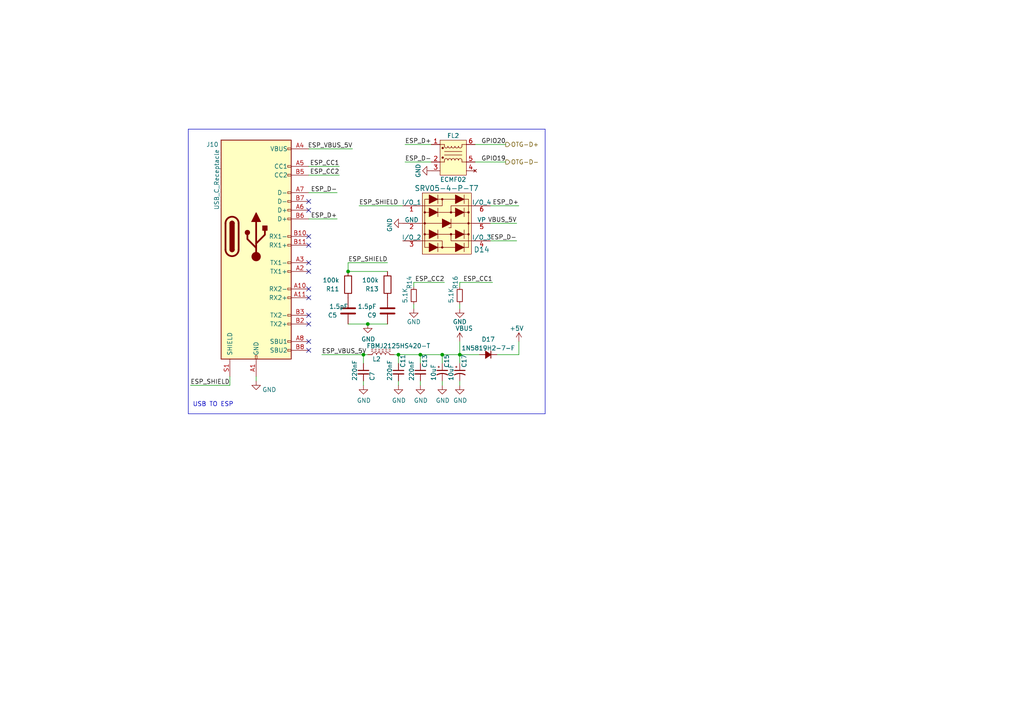
<source format=kicad_sch>
(kicad_sch (version 20230121) (generator eeschema)
  (paper "A4")
  (title_block (title "Controlador Compressor") (date "2023-03-07") (rev "1") (company "Linear Compressores") (comment 1 "Autor: Ícaro Fernando"))
  (lib_symbols
    (symbol "Connector:USB_C_Receptacle" (pin_names (offset 1.016))
      (property "Reference" "J" (at -10.16 29.21 0))
      (property "Value" "USB_C_Receptacle" (at 10.16 29.21 0))
      (symbol "USB_C_Receptacle_0_0"
        (rectangle (start -0.254 -35.56) (end 0.254 -34.544))
        (rectangle (start 10.16 -32.766) (end 9.144 -33.274))
        (rectangle (start 10.16 -30.226) (end 9.144 -30.734))
        (rectangle (start 10.16 -25.146) (end 9.144 -25.654))
        (rectangle (start 10.16 -22.606) (end 9.144 -23.114))
        (rectangle (start 10.16 -17.526) (end 9.144 -18.034))
        (rectangle (start 10.16 -14.986) (end 9.144 -15.494))
        (rectangle (start 10.16 -9.906) (end 9.144 -10.414))
        (rectangle (start 10.16 -7.366) (end 9.144 -7.874))
        (rectangle (start 10.16 -2.286) (end 9.144 -2.794))
        (rectangle (start 10.16 0.254) (end 9.144 -0.254))
        (rectangle (start 10.16 5.334) (end 9.144 4.826))
        (rectangle (start 10.16 7.874) (end 9.144 7.366))
        (rectangle (start 10.16 10.414) (end 9.144 9.906))
        (rectangle (start 10.16 12.954) (end 9.144 12.446))
        (rectangle (start 10.16 18.034) (end 9.144 17.526))
        (rectangle (start 10.16 20.574) (end 9.144 20.066))
        (rectangle (start 10.16 25.654) (end 9.144 25.146))
      )
      (symbol "USB_C_Receptacle_0_1"
        (rectangle (start -10.16 27.94) (end 10.16 -35.56) (stroke (width 0.254)) (fill (type background)))
        (arc (start -8.89 -3.81) (mid -6.985 -5.7067) (end -5.08 -3.81) (stroke (width 0.508)))
        (arc (start -7.62 -3.81) (mid -6.985 -4.4423) (end -6.35 -3.81) (stroke (width 0.254)))
        (arc (start -7.62 -3.81) (mid -6.985 -4.4423) (end -6.35 -3.81) (stroke (width 0.254)) (fill (type outline)))
        (rectangle (start -7.62 -3.81) (end -6.35 3.81) (stroke (width 0.254)) (fill (type outline)))
        (arc (start -6.35 3.81) (mid -6.985 4.4423) (end -7.62 3.81) (stroke (width 0.254)))
        (arc (start -6.35 3.81) (mid -6.985 4.4423) (end -7.62 3.81) (stroke (width 0.254)) (fill (type outline)))
        (arc (start -5.08 3.81) (mid -6.985 5.7067) (end -8.89 3.81) (stroke (width 0.508)))
        (polyline (pts (xy -8.89 -3.81) (xy -8.89 3.81)) (stroke (width 0.508)))
        (polyline (pts (xy -5.08 3.81) (xy -5.08 -3.81)) (stroke (width 0.508)))
      )
      (symbol "USB_C_Receptacle_1_1"
        (circle (center -2.54 1.143) (radius 0.635) (stroke (width 0.254)) (fill (type outline)))
        (circle (center 0 -5.842) (radius 1.27) (fill (type outline)))
        (polyline (pts (xy 0 -5.842) (xy 0 4.318)) (stroke (width 0.508)))
        (polyline (pts (xy 0 -3.302) (xy -2.54 -0.762) (xy -2.54 0.508)) (stroke (width 0.508)))
        (polyline (pts (xy 0 -2.032) (xy 2.54 0.508) (xy 2.54 1.778)) (stroke (width 0.508)))
        (polyline (pts (xy -1.27 4.318) (xy 0 6.858) (xy 1.27 4.318) (xy -1.27 4.318)) (stroke (width 0.254)) (fill (type outline)))
        (rectangle (start 1.905 1.778) (end 3.175 3.048) (stroke (width 0.254)) (fill (type outline)))
        (pin passive line (at 0 -40.64 90) (length 5.08) (name "GND") (number "A1"))
        (pin bidirectional line (at 15.24 -15.24 180) (length 5.08) (name "RX2-") (number "A10"))
        (pin bidirectional line (at 15.24 -17.78 180) (length 5.08) (name "RX2+") (number "A11"))
        (pin passive line (at 0 -40.64 90) (length 5.08) hide (name "GND") (number "A12"))
        (pin bidirectional line (at 15.24 -10.16 180) (length 5.08) (name "TX1+") (number "A2"))
        (pin bidirectional line (at 15.24 -7.62 180) (length 5.08) (name "TX1-") (number "A3"))
        (pin passive line (at 15.24 25.4 180) (length 5.08) (name "VBUS") (number "A4"))
        (pin bidirectional line (at 15.24 20.32 180) (length 5.08) (name "CC1") (number "A5"))
        (pin bidirectional line (at 15.24 7.62 180) (length 5.08) (name "D+") (number "A6"))
        (pin bidirectional line (at 15.24 12.7 180) (length 5.08) (name "D-") (number "A7"))
        (pin bidirectional line (at 15.24 -30.48 180) (length 5.08) (name "SBU1") (number "A8"))
        (pin passive line (at 15.24 25.4 180) (length 5.08) hide (name "VBUS") (number "A9"))
        (pin passive line (at 0 -40.64 90) (length 5.08) hide (name "GND") (number "B1"))
        (pin bidirectional line (at 15.24 0 180) (length 5.08) (name "RX1-") (number "B10"))
        (pin bidirectional line (at 15.24 -2.54 180) (length 5.08) (name "RX1+") (number "B11"))
        (pin passive line (at 0 -40.64 90) (length 5.08) hide (name "GND") (number "B12"))
        (pin bidirectional line (at 15.24 -25.4 180) (length 5.08) (name "TX2+") (number "B2"))
        (pin bidirectional line (at 15.24 -22.86 180) (length 5.08) (name "TX2-") (number "B3"))
        (pin passive line (at 15.24 25.4 180) (length 5.08) hide (name "VBUS") (number "B4"))
        (pin bidirectional line (at 15.24 17.78 180) (length 5.08) (name "CC2") (number "B5"))
        (pin bidirectional line (at 15.24 5.08 180) (length 5.08) (name "D+") (number "B6"))
        (pin bidirectional line (at 15.24 10.16 180) (length 5.08) (name "D-") (number "B7"))
        (pin bidirectional line (at 15.24 -33.02 180) (length 5.08) (name "SBU2") (number "B8"))
        (pin passive line (at 15.24 25.4 180) (length 5.08) hide (name "VBUS") (number "B9"))
        (pin passive line (at -7.62 -40.64 90) (length 5.08) (name "SHIELD") (number "S1"))
      )
    )
    (symbol "Device:C" (pin_numbers hide) (pin_names (offset 0.254))
      (property "Reference" "C" (at 0.635 2.54 0))
      (property "Value" "C" (at 0.635 -2.54 0))
      (symbol "C_0_1"
        (polyline (pts (xy -2.032 -0.762) (xy 2.032 -0.762)) (stroke (width 0.508)))
        (polyline (pts (xy -2.032 0.762) (xy 2.032 0.762)) (stroke (width 0.508)))
      )
      (symbol "C_1_1"
        (pin passive line (at 0 3.81 270) (length 2.794) (name "~") (number "1"))
        (pin passive line (at 0 -3.81 90) (length 2.794) (name "~") (number "2"))
      )
    )
    (symbol "Device:C_Polarized_Small_US" (pin_numbers hide) (pin_names (offset 0.254) hide)
      (property "Reference" "C" (at 0.254 1.778 0))
      (property "Value" "C_Polarized_Small_US" (at 0.254 -2.032 0))
      (symbol "C_Polarized_Small_US_0_1"
        (polyline (pts (xy -1.524 0.508) (xy 1.524 0.508)) (stroke (width 0.3048)))
        (polyline (pts (xy -1.27 1.524) (xy -0.762 1.524)))
        (polyline (pts (xy -1.016 1.27) (xy -1.016 1.778)))
        (arc (start 1.524 -0.762) (mid 0 -0.3734) (end -1.524 -0.762) (stroke (width 0.3048)))
      )
      (symbol "C_Polarized_Small_US_1_1"
        (pin passive line (at 0 2.54 270) (length 2.032) (name "~") (number "1"))
        (pin passive line (at 0 -2.54 90) (length 2.032) (name "~") (number "2"))
      )
    )
    (symbol "Device:C_Small" (pin_numbers hide) (pin_names (offset 0.254) hide)
      (property "Reference" "C" (at 0.254 1.778 0))
      (property "Value" "C_Small" (at 0.254 -2.032 0))
      (symbol "C_Small_0_1"
        (polyline (pts (xy -1.524 -0.508) (xy 1.524 -0.508)) (stroke (width 0.3302)))
        (polyline (pts (xy -1.524 0.508) (xy 1.524 0.508)) (stroke (width 0.3048)))
      )
      (symbol "C_Small_1_1"
        (pin passive line (at 0 2.54 270) (length 2.032) (name "~") (number "1"))
        (pin passive line (at 0 -2.54 90) (length 2.032) (name "~") (number "2"))
      )
    )
    (symbol "Device:D_Small_Filled" (pin_numbers hide) (pin_names (offset 0.254) hide)
      (property "Reference" "D" (at -1.27 2.032 0))
      (property "Value" "D_Small_Filled" (at -3.81 -2.032 0))
      (symbol "D_Small_Filled_0_1"
        (polyline (pts (xy -0.762 -1.016) (xy -0.762 1.016)) (stroke (width 0.254)))
        (polyline (pts (xy -0.762 0) (xy 0.762 0)))
        (polyline (pts (xy 0.762 -1.016) (xy -0.762 0) (xy 0.762 1.016) (xy 0.762 -1.016)) (stroke (width 0.254)) (fill (type outline)))
      )
      (symbol "D_Small_Filled_1_1"
        (pin passive line (at -2.54 0 0) (length 1.778) (name "K") (number "1"))
        (pin passive line (at 2.54 0 180) (length 1.778) (name "A") (number "2"))
      )
    )
    (symbol "Device:L_Ferrite" (pin_numbers hide) (pin_names (offset 1.016) hide)
      (property "Reference" "L" (at -1.27 0 90))
      (property "Value" "L_Ferrite" (at 2.794 0 90))
      (symbol "L_Ferrite_0_1"
        (arc (start 0 -2.54) (mid 0.6323 -1.905) (end 0 -1.27))
        (arc (start 0 -1.27) (mid 0.6323 -0.635) (end 0 0))
        (polyline (pts (xy 1.016 -2.794) (xy 1.016 -2.286)))
        (polyline (pts (xy 1.016 -1.778) (xy 1.016 -1.27)))
        (polyline (pts (xy 1.016 -0.762) (xy 1.016 -0.254)))
        (polyline (pts (xy 1.016 0.254) (xy 1.016 0.762)))
        (polyline (pts (xy 1.016 1.27) (xy 1.016 1.778)))
        (polyline (pts (xy 1.016 2.286) (xy 1.016 2.794)))
        (polyline (pts (xy 1.524 -2.286) (xy 1.524 -2.794)))
        (polyline (pts (xy 1.524 -1.27) (xy 1.524 -1.778)))
        (polyline (pts (xy 1.524 -0.254) (xy 1.524 -0.762)))
        (polyline (pts (xy 1.524 0.762) (xy 1.524 0.254)))
        (polyline (pts (xy 1.524 1.778) (xy 1.524 1.27)))
        (polyline (pts (xy 1.524 2.794) (xy 1.524 2.286)))
        (arc (start 0 0) (mid 0.6323 0.635) (end 0 1.27))
        (arc (start 0 1.27) (mid 0.6323 1.905) (end 0 2.54))
      )
      (symbol "L_Ferrite_1_1"
        (pin passive line (at 0 3.81 270) (length 1.27) (name "1") (number "1"))
        (pin passive line (at 0 -3.81 90) (length 1.27) (name "2") (number "2"))
      )
    )
    (symbol "Device:R" (pin_numbers hide) (pin_names (offset 0))
      (property "Reference" "R" (at 2.032 0 90))
      (property "Value" "R" (at 0 0 90))
      (symbol "R_0_1"
        (rectangle (start -1.016 -2.54) (end 1.016 2.54) (stroke (width 0.254)))
      )
      (symbol "R_1_1"
        (pin passive line (at 0 3.81 270) (length 1.27) (name "~") (number "1"))
        (pin passive line (at 0 -3.81 90) (length 1.27) (name "~") (number "2"))
      )
    )
    (symbol "Device:R_Small" (pin_numbers hide) (pin_names (offset 0.254) hide)
      (property "Reference" "R" (at 0.762 0.508 0))
      (property "Value" "R_Small" (at 0.762 -1.016 0))
      (symbol "R_Small_0_1"
        (rectangle (start -0.762 1.778) (end 0.762 -1.778) (stroke (width 0.2032)))
      )
      (symbol "R_Small_1_1"
        (pin passive line (at 0 2.54 270) (length 0.762) (name "~") (number "1"))
        (pin passive line (at 0 -2.54 90) (length 0.762) (name "~") (number "2"))
      )
    )
    (symbol "dk_TVS-Diodes:IP4220CZ6_125" (pin_names (offset 0))
      (property "Reference" "D" (at -7.0612 7.4676 0))
      (property "Value" "IP4220CZ6_125" (at 0.0508 -12.954 0))
      (symbol "IP4220CZ6_125_0_1"
        (rectangle (start -7.0612 6.2484) (end 7.1628 -11.4808) (fill (type background)))
        (circle (center -6.35 -5.715) (radius 0.254) (fill (type outline)))
        (circle (center -6.35 -2.54) (radius 0.254) (fill (type outline)))
        (circle (center -6.35 0.635) (radius 0.254) (fill (type outline)))
        (circle (center -1.27 -9.525) (radius 0.254) (fill (type outline)))
        (circle (center -1.27 4.445) (radius 0.254) (fill (type outline)))
        (polyline (pts (xy -6.35 -9.525) (xy -6.35 4.445)))
        (polyline (pts (xy -6.35 -9.525) (xy 6.35 -9.525)))
        (polyline (pts (xy -6.35 0.635) (xy 6.35 0.635)))
        (polyline (pts (xy -6.35 4.445) (xy 6.35 4.445)))
        (polyline (pts (xy -2.54 -8.255) (xy -2.54 -10.795)))
        (polyline (pts (xy -2.54 -4.445) (xy -2.54 -6.985)))
        (polyline (pts (xy -2.54 1.905) (xy -2.54 -0.635)))
        (polyline (pts (xy -2.54 5.715) (xy -2.54 3.175)))
        (polyline (pts (xy -1.27 -8.89) (xy -1.27 -9.525)))
        (polyline (pts (xy -1.27 -2.54) (xy -7.62 -2.54)))
        (polyline (pts (xy -1.27 -2.54) (xy 1.27 -2.54)))
        (polyline (pts (xy -1.27 3.81) (xy -1.27 4.445)))
        (polyline (pts (xy 1.27 -5.715) (xy 1.27 -6.35)))
        (polyline (pts (xy 1.27 -3.81) (xy 0.635 -3.81)))
        (polyline (pts (xy 1.27 -2.54) (xy 7.62 -2.54)))
        (polyline (pts (xy 1.27 -1.27) (xy 1.27 -3.81)))
        (polyline (pts (xy 1.27 0.635) (xy 1.27 1.27)))
        (polyline (pts (xy 5.08 -8.255) (xy 5.08 -10.795)))
        (polyline (pts (xy 5.08 -4.445) (xy 5.08 -6.985)))
        (polyline (pts (xy 5.08 1.905) (xy 5.08 -0.635)))
        (polyline (pts (xy 5.08 5.715) (xy 5.08 3.175)))
        (polyline (pts (xy 6.35 -5.715) (xy -6.35 -5.715)))
        (polyline (pts (xy 6.35 4.445) (xy 6.35 -9.525)))
        (polyline (pts (xy -1.27 -8.89) (xy -1.27 -7.62) (xy -7.62 -7.62)))
        (polyline (pts (xy -1.27 3.81) (xy -1.27 2.54) (xy -7.62 2.54)))
        (polyline (pts (xy 1.27 1.27) (xy 1.27 2.54) (xy 7.62 2.54)))
        (polyline (pts (xy 7.62 -7.62) (xy 1.27 -7.62) (xy 1.27 -6.35)))
        (polyline (pts (xy -5.08 -8.255) (xy -5.08 -10.795) (xy -2.54 -9.525) (xy -5.08 -8.255)) (fill (type outline)))
        (polyline (pts (xy -5.08 -4.445) (xy -5.08 -6.985) (xy -2.54 -5.715) (xy -5.08 -4.445)) (fill (type outline)))
        (polyline (pts (xy -5.08 1.905) (xy -5.08 -0.635) (xy -2.54 0.635) (xy -5.08 1.905)) (fill (type outline)))
        (polyline (pts (xy -5.08 5.715) (xy -5.08 3.175) (xy -2.54 4.445) (xy -5.08 5.715)) (fill (type outline)))
        (polyline (pts (xy -1.27 -1.27) (xy -1.27 -3.81) (xy 1.27 -2.54) (xy -1.27 -1.27)) (fill (type outline)))
        (polyline (pts (xy 2.54 -8.255) (xy 2.54 -10.795) (xy 5.08 -9.525) (xy 2.54 -8.255)) (fill (type outline)))
        (polyline (pts (xy 2.54 1.905) (xy 2.54 -0.635) (xy 5.08 0.635) (xy 2.54 1.905)) (fill (type outline)))
        (polyline (pts (xy 5.08 -5.715) (xy 2.54 -4.445) (xy 2.54 -6.985) (xy 5.08 -5.715)) (fill (type outline)))
        (polyline (pts (xy 5.08 4.445) (xy 2.54 5.715) (xy 2.54 3.175) (xy 5.08 4.445)) (fill (type outline)))
        (circle (center 1.27 -5.715) (radius 0.254) (fill (type outline)))
        (circle (center 1.27 0.635) (radius 0.254) (fill (type outline)))
        (circle (center 6.35 -5.715) (radius 0.254) (fill (type outline)))
        (circle (center 6.35 -2.54) (radius 0.254) (fill (type outline)))
        (circle (center 6.35 0.635) (radius 0.254) (fill (type outline)))
      )
      (symbol "IP4220CZ6_125_1_1"
        (pin passive line (at -12.7 2.54 0) (length 5.08) (name "I/O_1") (number "1"))
        (pin power_in line (at -12.7 -2.54 0) (length 5.08) (name "GND") (number "2"))
        (pin passive line (at -12.7 -7.62 0) (length 5.08) (name "I/O_2") (number "3"))
        (pin passive line (at 12.7 -7.62 180) (length 5.08) (name "I/O_3") (number "4"))
        (pin power_in line (at 12.7 -2.54 180) (length 5.08) (name "VP") (number "5"))
        (pin passive line (at 12.7 2.54 180) (length 5.08) (name "I/O_4") (number "6"))
      )
    )
    (symbol "esteban2:ECMF02" (pin_names (offset 0.254) hide)
      (property "Reference" "FL?" (at -0.381 7.62 0))
      (property "Value" "ECMF02" (at -0.381 5.08 0))
      (symbol "ECMF02_0_1"
        (rectangle (start -3.81 3.81) (end 3.81 -6.35) (fill (type background)))
        (circle (center -3.048 -1.27) (radius 0.254) (fill (type outline)))
        (circle (center -3.048 1.524) (radius 0.254) (fill (type outline)))
        (arc (start -2.54 2.032) (mid -2.032 1.5262) (end -1.524 2.032))
        (arc (start -1.524 -2.032) (mid -2.032 -1.5262) (end -2.54 -2.032))
        (arc (start -1.524 2.032) (mid -1.016 1.5262) (end -0.508 2.032))
        (arc (start -0.508 -2.032) (mid -1.016 -1.5262) (end -1.524 -2.032))
        (arc (start -0.508 2.032) (mid 0 1.5262) (end 0.508 2.032))
        (polyline (pts (xy -2.54 -2.54) (xy -3.81 -2.54)))
        (polyline (pts (xy -2.54 -2.032) (xy -2.54 -2.54)))
        (polyline (pts (xy -2.54 0.508) (xy 2.54 0.508)))
        (polyline (pts (xy -2.54 2.032) (xy -2.54 2.54)))
        (polyline (pts (xy -2.54 2.54) (xy -3.81 2.54)))
        (polyline (pts (xy 2.54 -2.032) (xy 2.54 -2.54)))
        (polyline (pts (xy 2.54 -0.508) (xy -2.54 -0.508)))
        (polyline (pts (xy 2.54 2.54) (xy 2.54 2.032)))
        (polyline (pts (xy 3.81 -2.54) (xy 2.54 -2.54)))
        (polyline (pts (xy 3.81 2.54) (xy 2.54 2.54)))
        (arc (start 0.508 -2.032) (mid 0 -1.5262) (end -0.508 -2.032))
        (arc (start 0.508 2.032) (mid 1.016 1.5262) (end 1.524 2.032))
        (arc (start 1.524 -2.032) (mid 1.016 -1.5262) (end 0.508 -2.032))
        (arc (start 1.524 2.032) (mid 2.032 1.5262) (end 2.54 2.032))
        (arc (start 2.54 -2.032) (mid 2.032 -1.5262) (end 1.524 -2.032))
      )
      (symbol "ECMF02_1_1"
        (pin passive line (at -6.35 2.54 0) (length 2.54) (name "D+") (number "1"))
        (pin passive line (at -6.35 -2.54 0) (length 2.54) (name "D-") (number "2"))
        (pin power_in line (at -6.35 -5.08 0) (length 2.54) (name "GND") (number "3"))
        (pin no_connect line (at 6.35 -5.08 180) (length 2.54) (name "NC") (number "4"))
        (pin passive line (at 6.35 -2.54 180) (length 2.54) (name "D-") (number "5"))
        (pin passive line (at 6.35 2.54 180) (length 2.54) (name "D+") (number "6"))
      )
    )
    (symbol "power:+5V" (power) (pin_names (offset 0))
      (property "Value" "+5V" (at 0 3.556 0))
      (symbol "+5V_0_1"
        (polyline (pts (xy -0.762 1.27) (xy 0 2.54)))
        (polyline (pts (xy 0 0) (xy 0 2.54)))
        (polyline (pts (xy 0 2.54) (xy 0.762 1.27)))
      )
      (symbol "+5V_1_1"
        (pin power_in line (at 0 0 90) (length 0) hide (name "+5V") (number "1"))
      )
    )
    (symbol "power:GND" (power) (pin_names (offset 0))
      (property "Value" "GND" (at 0 -3.81 0))
      (symbol "GND_0_1"
        (polyline (pts (xy 0 0) (xy 0 -1.27) (xy 1.27 -1.27) (xy 0 -2.54) (xy -1.27 -1.27) (xy 0 -1.27)))
      )
      (symbol "GND_1_1"
        (pin power_in line (at 0 0 270) (length 0) hide (name "GND") (number "1"))
      )
    )
    (symbol "power:VBUS" (power) (pin_names (offset 0))
      (property "Value" "VBUS" (at 0 3.81 0))
      (symbol "VBUS_0_1"
        (polyline (pts (xy -0.762 1.27) (xy 0 2.54)))
        (polyline (pts (xy 0 0) (xy 0 2.54)))
        (polyline (pts (xy 0 2.54) (xy 0.762 1.27)))
      )
      (symbol "VBUS_1_1"
        (pin power_in line (at 0 0 90) (length 0) hide (name "VBUS") (number "1"))
      )
    )
  )
  (junction (at 133.35 102.87))
  (junction (at 115.57 102.87))
  (junction (at 100.965 78.74))
  (junction (at 105.41 102.87))
  (junction (at 106.68 93.98))
  (junction (at 128.27 102.87))
  (junction (at 121.92 102.87))
  (no_connect (at 89.535 83.82))
  (no_connect (at 89.535 68.58))
  (no_connect (at 89.535 101.6))
  (no_connect (at 89.535 93.98))
  (no_connect (at 89.535 86.36))
  (no_connect (at 89.535 78.74))
  (no_connect (at 89.535 99.06))
  (no_connect (at 89.535 76.2))
  (no_connect (at 89.535 60.96))
  (no_connect (at 89.535 91.44))
  (no_connect (at 89.535 71.12))
  (no_connect (at 89.535 58.42))
  (wire (pts (xy 128.27 102.87) (xy 128.27 105.41)))
  (wire (pts (xy 104.14 59.69) (xy 116.84 59.69)))
  (wire (pts (xy 89.535 43.18) (xy 102.235 43.18)))
  (wire (pts (xy 115.57 111.76) (xy 115.57 110.49)))
  (wire (pts (xy 142.24 64.77) (xy 149.86 64.77)))
  (wire (pts (xy 55.245 111.76) (xy 66.675 111.76)))
  (wire (pts (xy 93.345 102.87) (xy 105.41 102.87)))
  (wire (pts (xy 133.35 81.915) (xy 133.35 83.185)))
  (wire (pts (xy 150.495 102.87) (xy 144.145 102.87)))
  (polyline (pts (xy 54.61 37.465) (xy 158.115 37.465)))
  (wire (pts (xy 133.35 81.915) (xy 142.875 81.915)))
  (polyline (pts (xy 158.115 120.015) (xy 54.61 120.015)))
  (wire (pts (xy 105.41 102.87) (xy 106.68 102.87)))
  (wire (pts (xy 100.965 93.98) (xy 106.68 93.98)))
  (wire (pts (xy 133.35 99.06) (xy 133.35 102.87)))
  (wire (pts (xy 98.425 50.8) (xy 89.535 50.8)))
  (wire (pts (xy 105.41 102.87) (xy 105.41 105.41)))
  (wire (pts (xy 133.35 88.265) (xy 133.35 89.535)))
  (wire (pts (xy 89.535 55.88) (xy 97.79 55.88)))
  (wire (pts (xy 74.295 109.22) (xy 74.295 110.49)))
  (wire (pts (xy 117.475 46.99) (xy 125.095 46.99)))
  (wire (pts (xy 120.015 81.915) (xy 120.015 83.185)))
  (wire (pts (xy 128.27 102.87) (xy 133.35 102.87)))
  (wire (pts (xy 114.3 102.87) (xy 115.57 102.87)))
  (wire (pts (xy 100.965 78.74) (xy 112.395 78.74)))
  (wire (pts (xy 106.68 93.98) (xy 112.395 93.98)))
  (polyline (pts (xy 54.61 120.015) (xy 54.61 37.465)))
  (wire (pts (xy 120.015 81.915) (xy 128.905 81.915)))
  (wire (pts (xy 133.35 111.76) (xy 133.35 110.49)))
  (wire (pts (xy 66.675 109.22) (xy 66.675 111.76)))
  (wire (pts (xy 121.92 111.76) (xy 121.92 110.49)))
  (wire (pts (xy 120.015 88.265) (xy 120.015 89.535)))
  (wire (pts (xy 98.425 48.26) (xy 89.535 48.26)))
  (wire (pts (xy 117.475 41.91) (xy 125.095 41.91)))
  (wire (pts (xy 89.535 63.5) (xy 97.79 63.5)))
  (wire (pts (xy 142.24 59.69) (xy 150.495 59.69)))
  (wire (pts (xy 137.795 46.99) (xy 146.685 46.99)))
  (wire (pts (xy 133.35 102.87) (xy 133.35 105.41)))
  (wire (pts (xy 137.795 41.91) (xy 146.685 41.91)))
  (wire (pts (xy 105.41 111.76) (xy 105.41 110.49)))
  (wire (pts (xy 139.065 102.87) (xy 133.35 102.87)))
  (wire (pts (xy 112.395 76.2) (xy 100.965 76.2)))
  (wire (pts (xy 128.27 111.76) (xy 128.27 110.49)))
  (wire (pts (xy 150.495 99.06) (xy 150.495 102.87)))
  (wire (pts (xy 142.24 69.85) (xy 149.86 69.85)))
  (wire (pts (xy 115.57 102.87) (xy 121.92 102.87)))
  (wire (pts (xy 115.57 102.87) (xy 115.57 105.41)))
  (wire (pts (xy 121.92 102.87) (xy 121.92 105.41)))
  (wire (pts (xy 121.92 102.87) (xy 128.27 102.87)))
  (wire (pts (xy 100.965 76.2) (xy 100.965 78.74)))
  (polyline (pts (xy 158.115 37.465) (xy 158.115 120.015)))
  (text "USB TO ESP" (at 55.88 118.11 0) (effects (font (size 1.27 1.27)) (justify left bottom)))
  (label "ESP_D-" (at 149.86 69.85 180))
  (label "ESP_CC2" (at 98.425 50.8 180))
  (label "ESP_SHIELD" (at 112.395 76.2 180))
  (label "VBUS_5V" (at 149.86 64.77 180))
  (label "ESP_D-" (at 97.79 55.88 180))
  (label "GPIO19" (at 146.685 46.99 180))
  (label "ESP_CC1" (at 142.875 81.915 180))
  (label "ESP_D-" (at 117.475 46.99 0))
  (label "ESP_D+" (at 117.475 41.91 0))
  (label "ESP_CC1" (at 98.425 48.26 180))
  (label "ESP_D+" (at 150.495 59.69 180))
  (label "ESP_VBUS_5V" (at 93.345 102.87 0))
  (label "ESP_CC2" (at 128.905 81.915 180))
  (label "ESP_VBUS_5V" (at 102.235 43.18 180))
  (label "GPIO20" (at 146.685 41.91 180))
  (label "ESP_SHIELD" (at 104.14 59.69 0))
  (label "ESP_D+" (at 97.79 63.5 180))
  (label "ESP_SHIELD" (at 55.245 111.76 0))
  (hierarchical_label "OTG-D+" (shape output) (at 146.685 41.91 0))
  (hierarchical_label "OTG-D-" (shape output) (at 146.685 46.99 0))
  (symbol (lib_id "power:GND") (at 115.57 111.76 0) (unit 1)
    (property "Reference" "#PWR040" (effects hide))
    (property "Value" "GND" (at 115.697 116.1542 0))
    (instances (project "Controlador-Compressor" (path "" (reference "#PWR040") (unit 1)) (path "" (reference "#PWR040") (unit 1)) (path "" (reference "#PWR040") (unit 1))) (project "EPS simplified" (path "" (reference "#PWR0416") (unit 1))))
  )
  (symbol (lib_id "Device:C") (at 100.965 90.17 180) (unit 1)
    (property "Reference" "C5" (at 97.79 91.4401 0) (effects (justify left)))
    (property "Value" "1.5pF" (at 100.965 88.9001 0) (effects (justify left)))
    (property "Footprint" "Capacitor_SMD:C_0402_1005Metric" (effects hide))
    (property "Digi-Key_PN" "311-3047-6-ND" (effects hide))
    (property "MPN" "AC0402CRNPO9BN1R5" (effects hide))
    (property "Manufacturer" "YAGEO" (effects hide))
    (instances (project "Controlador-Compressor" (path "" (reference "C5") (unit 1)) (path "" (reference "C5") (unit 1)) (path "" (reference "C5") (unit 1))) (project "EPS simplified" (path "" (reference "C6") (unit 1))))
  )
  (symbol (lib_id "power:GND") (at 106.68 93.98 0) (unit 1)
    (property "Reference" "#PWR038" (effects hide))
    (property "Value" "GND" (at 106.807 98.3742 0))
    (instances (project "Controlador-Compressor" (path "" (reference "#PWR038") (unit 1)) (path "" (reference "#PWR038") (unit 1)) (path "" (reference "#PWR038") (unit 1))) (project "EPS simplified" (path "" (reference "#PWR0267") (unit 1))))
  )
  (symbol (lib_id "Device:C_Polarized_Small_US") (at 133.35 107.95 0) (unit 1)
    (property "Reference" "C17" (at 134.62 106.68 90) (effects (justify left)))
    (property "Value" "10uF" (at 130.81 110.49 90) (effects (justify left)))
    (property "Footprint" "Capacitor_SMD:C_0603_1608Metric" (effects hide))
    (property "Digi-Key_PN" "490-12323-6-ND" (effects hide))
    (property "MPN" "GRT188R61E106ME13D" (effects hide))
    (property "Manufacturer" "Murata Electronics" (effects hide))
    (property "LCSC-PN" "C697423" (effects hide))
    (instances (project "Controlador-Compressor" (path "" (reference "C17") (unit 1)) (path "" (reference "C17") (unit 1)) (path "" (reference "C17") (unit 1))) (project "EPS simplified" (path "" (reference "C173") (unit 1))))
  )
  (symbol (lib_id "Device:L_Ferrite") (at 110.49 102.87 90) (unit 1)
    (property "Reference" "L2" (at 109.22 104.14 90))
    (property "Value" "FBMJ2125HS420-T" (at 115.57 100.33 90))
    (property "Footprint" "Inductor_SMD:L_0805_2012Metric" (effects hide))
    (property "Digi-Key_PN" "587-1768-1-ND" (effects hide))
    (property "MPN" "587-1768-6-ND" (effects hide))
    (property "Manufacturer" "Taiyo Yuden" (effects hide))
    (property "LCSC-stock" "44" (effects hide))
    (instances (project "Controlador-Compressor" (path "" (reference "L2") (unit 1)) (path "" (reference "L2") (unit 1)) (path "" (reference "L2") (unit 1))) (project "EPS simplified" (path "" (reference "L21") (unit 1))))
  )
  (symbol (lib_id "power:GND") (at 133.35 111.76 0) (unit 1)
    (property "Reference" "#PWR062" (effects hide))
    (property "Value" "GND" (at 133.477 116.1542 0))
    (instances (project "Controlador-Compressor" (path "" (reference "#PWR062") (unit 1)) (path "" (reference "#PWR062") (unit 1)) (path "" (reference "#PWR062") (unit 1))) (project "EPS simplified" (path "" (reference "#PWR0424") (unit 1))))
  )
  (symbol (lib_id "Device:C_Polarized_Small_US") (at 128.27 107.95 0) (unit 1)
    (property "Reference" "C15" (at 129.54 106.68 90) (effects (justify left)))
    (property "Value" "10uF" (at 125.73 110.49 90) (effects (justify left)))
    (property "Footprint" "Capacitor_SMD:C_0603_1608Metric" (effects hide))
    (property "Digi-Key_PN" "490-12323-6-ND" (effects hide))
    (property "MPN" "GRT188R61E106ME13D" (effects hide))
    (property "Manufacturer" "Murata Electronics" (effects hide))
    (property "LCSC-PN" "C697423" (effects hide))
    (instances (project "Controlador-Compressor" (path "" (reference "C15") (unit 1)) (path "" (reference "C15") (unit 1)) (path "" (reference "C15") (unit 1))) (project "EPS simplified" (path "" (reference "C170") (unit 1))))
  )
  (symbol (lib_id "power:GND") (at 74.295 110.49 0) (unit 1)
    (property "Reference" "#PWR033" (effects hide))
    (property "Value" "GND" (at 78.105 113.03 0))
    (instances (project "Controlador-Compressor" (path "" (reference "#PWR033") (unit 1)) (path "" (reference "#PWR033") (unit 1)) (path "" (reference "#PWR033") (unit 1))) (project "EPS simplified" (path "" (reference "#PWR0421") (unit 1))))
  )
  (symbol (lib_id "Device:C_Small") (at 121.92 107.95 0) (unit 1)
    (property "Reference" "C13" (at 123.19 106.68 90) (effects (justify left)))
    (property "Value" "220nF" (at 119.38 110.49 90) (effects (justify left)))
    (property "Footprint" "Capacitor_SMD:C_0402_1005Metric" (effects hide))
    (property "Digi-Key_PN" "490-10671-1-ND" (effects hide))
    (property "MPN" "GCM155R71C224KE02D" (effects hide))
    (property "Manufacturer" "Murata Electronics" (effects hide))
    (property "LCSC-PN" "C16772" (effects hide))
    (instances (project "Controlador-Compressor" (path "" (reference "C13") (unit 1)) (path "" (reference "C13") (unit 1)) (path "" (reference "C13") (unit 1))) (project "EPS simplified" (path "" (reference "C167") (unit 1))))
  )
  (symbol (lib_id "Device:R_Small") (at 120.015 85.725 0) (unit 1)
    (property "Reference" "R14" (at 118.745 81.915 90))
    (property "Value" "5.1K" (at 117.475 85.725 90))
    (property "Footprint" "Resistor_SMD:R_0402_1005Metric" (effects hide))
    (property "Digi-Key_PN" "P5.10KLDKR-ND" (effects hide))
    (property "MPN" "ERJ-2RKF5101X" (effects hide))
    (property "Manufacturer" "Panasonic Electronic Components" (effects hide))
    (property "LCSC-PN" "C25905" (effects hide))
    (instances (project "Controlador-Compressor" (path "" (reference "R14") (unit 1)) (path "" (reference "R14") (unit 1)) (path "" (reference "R14") (unit 1))) (project "EPS simplified" (path "" (reference "R66") (unit 1))))
  )
  (symbol (lib_id "Device:C_Small") (at 115.57 107.95 0) (unit 1)
    (property "Reference" "C11" (at 116.84 106.68 90) (effects (justify left)))
    (property "Value" "220nF" (at 113.03 110.49 90) (effects (justify left)))
    (property "Footprint" "Capacitor_SMD:C_0402_1005Metric" (effects hide))
    (property "Digi-Key_PN" "490-10671-1-ND" (effects hide))
    (property "MPN" "GCM155R71C224KE02D" (effects hide))
    (property "Manufacturer" "Murata Electronics" (effects hide))
    (property "LCSC-PN" "C16772" (effects hide))
    (instances (project "Controlador-Compressor" (path "" (reference "C11") (unit 1)) (path "" (reference "C11") (unit 1)) (path "" (reference "C11") (unit 1))) (project "EPS simplified" (path "" (reference "C166") (unit 1))))
  )
  (symbol (lib_id "power:GND") (at 105.41 111.76 0) (unit 1)
    (property "Reference" "#PWR036" (effects hide))
    (property "Value" "GND" (at 105.537 116.1542 0))
    (instances (project "Controlador-Compressor" (path "" (reference "#PWR036") (unit 1)) (path "" (reference "#PWR036") (unit 1)) (path "" (reference "#PWR036") (unit 1))) (project "EPS simplified" (path "" (reference "#PWR0371") (unit 1))))
  )
  (symbol (lib_id "Device:C") (at 112.395 90.17 180) (unit 1)
    (property "Reference" "C9" (at 109.22 91.4401 0) (effects (justify left)))
    (property "Value" "1.5pF" (at 109.22 88.9001 0) (effects (justify left)))
    (property "Footprint" "Capacitor_SMD:C_0402_1005Metric" (effects hide))
    (property "Digi-Key_PN" "311-3047-6-ND" (effects hide))
    (property "MPN" "AC0402CRNPO9BN1R5" (effects hide))
    (property "Manufacturer" "YAGEO" (effects hide))
  )
  (symbol (lib_id "power:VBUS") (at 133.35 99.06 0) (unit 1)
    (property "Reference" "#PWR061" (effects hide))
    (property "Value" "VBUS" (at 134.62 95.25 0))
    (instances (project "Controlador-Compressor" (path "" (reference "#PWR061") (unit 1)) (path "" (reference "#PWR061") (unit 1)) (path "" (reference "#PWR061") (unit 1))) (project "EPS simplified" (path "" (reference "#PWR0158") (unit 1))))
  )
  (symbol (lib_id "Device:R") (at 112.395 82.55 180) (unit 1)
    (property "Reference" "R13" (at 109.855 83.8201 0) (effects (justify left)))
    (property "Value" "100k" (at 109.855 81.2801 0) (effects (justify left)))
    (property "Footprint" "Resistor_SMD:R_0402_1005Metric" (effects hide))
    (property "LCSC-PN" "C25741" (effects hide))
    (property "Digi-Key_PN" "RMCF0402FT100KDKR-ND" (effects hide))
    (property "MPN" "RMCF0402FT100K" (effects hide))
    (property "Manufacturer" "Stackpole Electronics Inc" (effects hide))
    (instances (project "Controlador-Compressor" (path "" (reference "R13") (unit 1)) (path "" (reference "R13") (unit 1)) (path "" (reference "R13") (unit 1))) (project "EPS simplified" (path "" (reference "R79") (unit 1))))
  )
  (symbol (lib_id "Device:R_Small") (at 133.35 85.725 0) (unit 1)
    (property "Reference" "R16" (at 132.08 81.915 90))
    (property "Value" "5.1K" (at 130.81 85.725 90))
    (property "Footprint" "Resistor_SMD:R_0402_1005Metric" (effects hide))
    (property "Digi-Key_PN" "P5.10KLDKR-ND" (effects hide))
    (property "MPN" "ERJ-2RKF5101X" (effects hide))
    (property "Manufacturer" "Panasonic Electronic Components" (effects hide))
    (property "LCSC-PN" "C25905" (effects hide))
    (instances (project "Controlador-Compressor" (path "" (reference "R16") (unit 1)) (path "" (reference "R16") (unit 1)) (path "" (reference "R16") (unit 1))) (project "EPS simplified" (path "" (reference "R67") (unit 1))))
  )
  (symbol (lib_id "power:GND") (at 128.27 111.76 0) (unit 1)
    (property "Reference" "#PWR057" (effects hide))
    (property "Value" "GND" (at 128.397 116.1542 0))
    (instances (project "Controlador-Compressor" (path "" (reference "#PWR057") (unit 1)) (path "" (reference "#PWR057") (unit 1)) (path "" (reference "#PWR057") (unit 1))) (project "EPS simplified" (path "" (reference "#PWR0415") (unit 1))))
  )
  (symbol (lib_id "power:GND") (at 121.92 111.76 0) (unit 1)
    (property "Reference" "#PWR052" (effects hide))
    (property "Value" "GND" (at 122.047 116.1542 0))
    (instances (project "Controlador-Compressor" (path "" (reference "#PWR052") (unit 1)) (path "" (reference "#PWR052") (unit 1)) (path "" (reference "#PWR052") (unit 1))) (project "EPS simplified" (path "" (reference "#PWR0426") (unit 1))))
  )
  (symbol (lib_id "power:GND") (at 133.35 89.535 0) (unit 1)
    (property "Reference" "#PWR060" (effects hide))
    (property "Value" "GND" (at 133.35 93.345 0))
    (instances (project "Controlador-Compressor" (path "" (reference "#PWR060") (unit 1)) (path "" (reference "#PWR060") (unit 1)) (path "" (reference "#PWR060") (unit 1))) (project "EPS simplified" (path "" (reference "#PWR0440") (unit 1))))
  )
  (symbol (lib_id "power:+5V") (at 150.495 99.06 0) (unit 1)
    (property "Reference" "#PWR0111" (effects hide))
    (property "Value" "+5V" (at 149.86 95.25 0))
    (instances (project "Controle_receptor" (path "" (reference "#PWR0111") (unit 1))) (project "Controlador-Compressor" (path "" (reference "#PWR065") (unit 1)) (path "" (reference "#PWR065") (unit 1)) (path "" (reference "#PWR065") (unit 1))))
  )
  (symbol (lib_id "dk_TVS-Diodes:IP4220CZ6_125") (at 129.54 62.23 0) (unit 1)
    (property "Reference" "D14" (at 139.7 72.39 0) (effects (font (size 1.524 1.524))))
    (property "Value" "SRV05-4-P-T7" (at 129.54 54.61 0) (effects (font (size 1.524 1.524))))
    (property "Footprint" "Package_TO_SOT_SMD:SOT-23-6" (effects hide))
    (property "Datasheet" "https://assets.nexperia.com/documents/data-sheet/IP4220CZ6.pdf" (effects hide))
    (property "Digi-Key_PN" "1655-SRV05-4ADKR-ND" (effects hide))
    (property "MPN" "SRV05-4-P-T7" (effects hide))
    (property "Category" "Circuit Protection" (effects hide))
    (property "Family" "TVS - Diodes" (effects hide))
    (property "DK_Datasheet_Link" "https://assets.nexperia.com/documents/data-sheet/IP4220CZ6.pdf" (effects hide))
    (property "DK_Detail_Page" "/product-detail/en/nexperia-usa-inc/IP4220CZ6,125/1727-3578-1-ND/1133548" (effects hide))
    (property "Description" "TVS DIODE 5.5V 6TSOP" (effects hide))
    (property "Manufacturer" "SMC Diode Solutions" (effects hide))
    (property "Status" "Active" (effects hide))
    (property "Mouser Part Number" "771-IP4220CZ6-T/R" (effects hide))
    (property "LCSC-PN" "C85364" (effects hide))
    (instances (project "Controlador-Compressor" (path "" (reference "D14") (unit 1)) (path "" (reference "D14") (unit 1)) (path "" (reference "D14") (unit 1))) (project "EPS simplified" (path "" (reference "D15") (unit 1))))
  )
  (symbol (lib_id "Device:D_Small_Filled") (at 141.605 102.87 0) (mirror y) (unit 1)
    (property "Reference" "D17" (at 141.605 98.425 0))
    (property "Value" "1N5819H2-7-F" (at 141.605 100.965 0))
  )
  (symbol (lib_id "Device:R") (at 100.965 82.55 180) (unit 1)
    (property "Reference" "R11" (at 98.425 83.8201 0) (effects (justify left)))
    (property "Value" "100k" (at 98.425 81.2801 0) (effects (justify left)))
    (property "Footprint" "Resistor_SMD:R_0402_1005Metric" (effects hide))
    (property "LCSC-PN" "C25741" (effects hide))
    (property "Digi-Key_PN" "RMCF0402FT100KDKR-ND" (effects hide))
    (property "MPN" "RMCF0402FT100K" (effects hide))
    (property "Manufacturer" "Stackpole Electronics Inc" (effects hide))
    (instances (project "Controlador-Compressor" (path "" (reference "R11") (unit 1)) (path "" (reference "R11") (unit 1)) (path "" (reference "R11") (unit 1))) (project "EPS simplified" (path "" (reference "R77") (unit 1))))
  )
  (symbol (lib_id "Device:C_Small") (at 105.41 107.95 0) (unit 1)
    (property "Reference" "C7" (at 107.95 110.49 90) (effects (justify left)))
    (property "Value" "220nF" (at 102.87 110.49 90) (effects (justify left)))
    (property "Footprint" "Capacitor_SMD:C_0402_1005Metric" (effects hide))
    (property "Digi-Key_PN" "490-10671-1-ND" (effects hide))
    (property "MPN" "GCM155R71C224KE02D" (effects hide))
    (property "Manufacturer" "Murata Electronics" (effects hide))
    (property "LCSC-PN" "C16772" (effects hide))
    (instances (project "Controlador-Compressor" (path "" (reference "C7") (unit 1)) (path "" (reference "C7") (unit 1)) (path "" (reference "C7") (unit 1))) (project "EPS simplified" (path "" (reference "C165") (unit 1))))
  )
  (symbol (lib_id "power:GND") (at 120.015 89.535 0) (unit 1)
    (property "Reference" "#PWR043" (effects hide))
    (property "Value" "GND" (at 120.015 93.345 0))
    (instances (project "Controlador-Compressor" (path "" (reference "#PWR043") (unit 1)) (path "" (reference "#PWR043") (unit 1)) (path "" (reference "#PWR043") (unit 1))) (project "EPS simplified" (path "" (reference "#PWR0441") (unit 1))))
  )
  (symbol (lib_id "Connector:USB_C_Receptacle") (at 74.295 68.58 0) (unit 1)
    (property "Reference" "J10" (at 61.595 41.91 0))
    (property "Value" "USB_C_Receptacle" (at 62.865 52.07 90))
    (property "Footprint" "usb-c:usb-eps" (effects hide))
    (property "Datasheet" "https://www.usb.org/sites/default/files/documents/usb_type-c.zip" (effects hide))
    (property "Digi-Key_PN" "900-2169900001CT-ND" (effects hide))
    (property "MPN" "2169900001" (effects hide))
    (property "Manufacturer" "Molex" (effects hide))
    (property "LCSC-PN" "C327465" (effects hide))
    (property "LCSC-stock" "0" (effects hide))
    (instances (project "Controlador-Compressor" (path "" (reference "J10") (unit 1)) (path "" (reference "J10") (unit 1)) (path "" (reference "J10") (unit 1))) (project "EPS simplified" (path "" (reference "J18") (unit 1))))
  )
  (symbol (lib_id "power:GND") (at 116.84 64.77 270) (unit 1)
    (property "Reference" "#PWR041" (effects hide))
    (property "Value" "GND" (at 113.03 67.31 0) (effects (justify right)))
    (instances (project "Controlador-Compressor" (path "" (reference "#PWR041") (unit 1)) (path "" (reference "#PWR041") (unit 1)) (path "" (reference "#PWR041") (unit 1))) (project "EPS simplified" (path "" (reference "#PWR0314") (unit 1))))
  )
  (symbol (lib_id "power:GND") (at 125.095 49.53 270) (unit 1)
    (property "Reference" "#PWR054" (effects hide))
    (property "Value" "GND" (at 121.285 49.53 0))
    (instances (project "Controlador-Compressor" (path "" (reference "#PWR054") (unit 1)) (path "" (reference "#PWR054") (unit 1)) (path "" (reference "#PWR054") (unit 1))) (project "EPS simplified" (path "" (reference "#PWR0312") (unit 1))))
  )
  (symbol (lib_id "esteban2:ECMF02") (at 131.445 44.45 0) (unit 1)
    (property "Reference" "FL2" (at 131.445 39.37 0))
    (property "Value" "ECMF02" (at 131.445 52.07 0))
    (property "Footprint" "Package_DFN_QFN:ST_UQFN-6L_1.5x1.7mm_Pitch0.5mm" (effects hide))
    (property "Digi-Key_PN" "497-10773-1-ND" (effects hide))
    (property "MPN" "ECMF02-2AMX6" (effects hide))
    (property "Manufacturer" "STMicroelectronics" (effects hide))
    (property "LCSC-PN" "C717678" (effects hide))
  )
)
</source>
